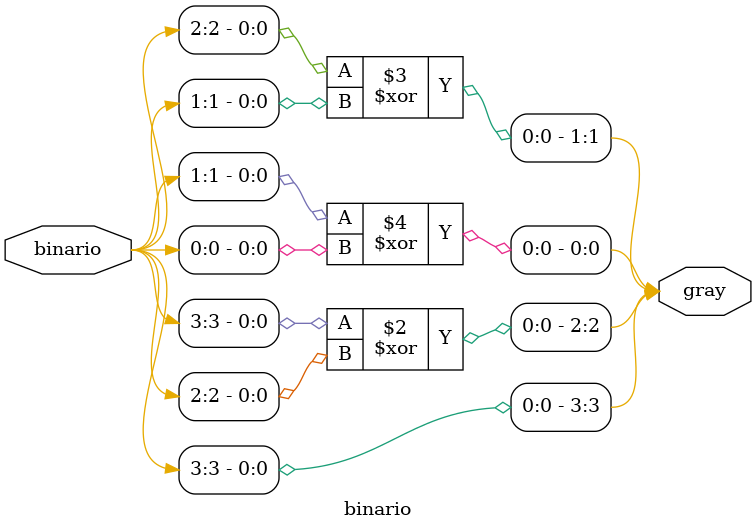
<source format=v>
module binario(binario,gray);

input      [3:0]binario;
output reg [3:0]gray;

always@(*)
begin
    gray[3]=binario[3];
    gray[2]=binario[3] ^ binario[2];
    gray[1]=binario[2] ^ binario[1];
    gray[0]=binario[1] ^ binario[0];
end
endmodule
</source>
